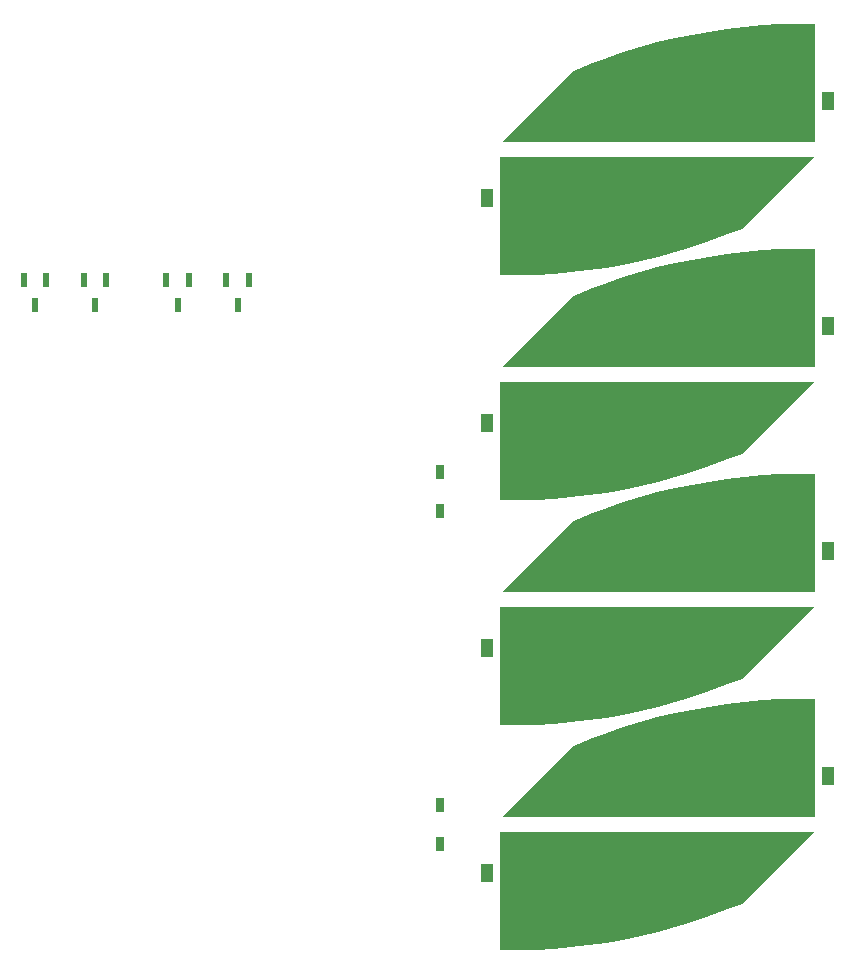
<source format=gbr>
G04 #@! TF.GenerationSoftware,KiCad,Pcbnew,5.1.4+dfsg1-1*
G04 #@! TF.CreationDate,2020-02-14T18:49:56+01:00*
G04 #@! TF.ProjectId,1_solar_bank,315f736f-6c61-4725-9f62-616e6b2e6b69,rev?*
G04 #@! TF.SameCoordinates,Original*
G04 #@! TF.FileFunction,Paste,Top*
G04 #@! TF.FilePolarity,Positive*
%FSLAX46Y46*%
G04 Gerber Fmt 4.6, Leading zero omitted, Abs format (unit mm)*
G04 Created by KiCad (PCBNEW 5.1.4+dfsg1-1) date 2020-02-14 18:49:56*
%MOMM*%
%LPD*%
G04 APERTURE LIST*
%ADD10C,0.100000*%
%ADD11R,0.730000X1.210000*%
%ADD12R,0.600000X1.300000*%
%ADD13R,1.000000X1.500000*%
%ADD14R,3.810000X1.930400*%
G04 APERTURE END LIST*
D10*
G36*
X109190000Y-94595000D02*
G01*
X135770000Y-94595000D01*
X129670000Y-100665000D01*
X128281430Y-101228703D01*
X126876589Y-101750539D01*
X125456741Y-102230039D01*
X124023160Y-102666771D01*
X122577135Y-103060344D01*
X121119964Y-103410404D01*
X119652957Y-103716637D01*
X118177431Y-103978766D01*
X116694712Y-104196558D01*
X115206132Y-104369816D01*
X113713028Y-104498385D01*
X112216741Y-104582148D01*
X109220000Y-104615000D01*
X109190000Y-94595000D01*
G37*
G36*
X135920000Y-93365000D02*
G01*
X109340000Y-93365000D01*
X115440000Y-87295000D01*
X116828570Y-86731297D01*
X118233411Y-86209461D01*
X119653259Y-85729961D01*
X121086840Y-85293229D01*
X122532865Y-84899656D01*
X123990036Y-84549596D01*
X125457043Y-84243363D01*
X126932569Y-83981234D01*
X128415288Y-83763442D01*
X129903868Y-83590184D01*
X131396972Y-83461615D01*
X132893259Y-83377852D01*
X135890000Y-83345000D01*
X135920000Y-93365000D01*
G37*
G36*
X109190000Y-75545000D02*
G01*
X135770000Y-75545000D01*
X129670000Y-81615000D01*
X128281430Y-82178703D01*
X126876589Y-82700539D01*
X125456741Y-83180039D01*
X124023160Y-83616771D01*
X122577135Y-84010344D01*
X121119964Y-84360404D01*
X119652957Y-84666637D01*
X118177431Y-84928766D01*
X116694712Y-85146558D01*
X115206132Y-85319816D01*
X113713028Y-85448385D01*
X112216741Y-85532148D01*
X109220000Y-85565000D01*
X109190000Y-75545000D01*
G37*
G36*
X135920000Y-74315000D02*
G01*
X109340000Y-74315000D01*
X115440000Y-68245000D01*
X116828570Y-67681297D01*
X118233411Y-67159461D01*
X119653259Y-66679961D01*
X121086840Y-66243229D01*
X122532865Y-65849656D01*
X123990036Y-65499596D01*
X125457043Y-65193363D01*
X126932569Y-64931234D01*
X128415288Y-64713442D01*
X129903868Y-64540184D01*
X131396972Y-64411615D01*
X132893259Y-64327852D01*
X135890000Y-64295000D01*
X135920000Y-74315000D01*
G37*
G36*
X109190000Y-56495000D02*
G01*
X135770000Y-56495000D01*
X129670000Y-62565000D01*
X128281430Y-63128703D01*
X126876589Y-63650539D01*
X125456741Y-64130039D01*
X124023160Y-64566771D01*
X122577135Y-64960344D01*
X121119964Y-65310404D01*
X119652957Y-65616637D01*
X118177431Y-65878766D01*
X116694712Y-66096558D01*
X115206132Y-66269816D01*
X113713028Y-66398385D01*
X112216741Y-66482148D01*
X109220000Y-66515000D01*
X109190000Y-56495000D01*
G37*
G36*
X135920000Y-55265000D02*
G01*
X109340000Y-55265000D01*
X115440000Y-49195000D01*
X116828570Y-48631297D01*
X118233411Y-48109461D01*
X119653259Y-47629961D01*
X121086840Y-47193229D01*
X122532865Y-46799656D01*
X123990036Y-46449596D01*
X125457043Y-46143363D01*
X126932569Y-45881234D01*
X128415288Y-45663442D01*
X129903868Y-45490184D01*
X131396972Y-45361615D01*
X132893259Y-45277852D01*
X135890000Y-45245000D01*
X135920000Y-55265000D01*
G37*
G36*
X109190000Y-37445000D02*
G01*
X135770000Y-37445000D01*
X129670000Y-43515000D01*
X128281430Y-44078703D01*
X126876589Y-44600539D01*
X125456741Y-45080039D01*
X124023160Y-45516771D01*
X122577135Y-45910344D01*
X121119964Y-46260404D01*
X119652957Y-46566637D01*
X118177431Y-46828766D01*
X116694712Y-47046558D01*
X115206132Y-47219816D01*
X113713028Y-47348385D01*
X112216741Y-47432148D01*
X109220000Y-47465000D01*
X109190000Y-37445000D01*
G37*
G36*
X135920000Y-36215000D02*
G01*
X109340000Y-36215000D01*
X115440000Y-30145000D01*
X116828570Y-29581297D01*
X118233411Y-29059461D01*
X119653259Y-28579961D01*
X121086840Y-28143229D01*
X122532865Y-27749656D01*
X123990036Y-27399596D01*
X125457043Y-27093363D01*
X126932569Y-26831234D01*
X128415288Y-26613442D01*
X129903868Y-26440184D01*
X131396972Y-26311615D01*
X132893259Y-26227852D01*
X135890000Y-26195000D01*
X135920000Y-36215000D01*
G37*
D11*
X104140000Y-67466000D03*
X104140000Y-64106000D03*
D12*
X74930000Y-49945000D03*
X73980000Y-47845000D03*
X75880000Y-47845000D03*
X70800000Y-47845000D03*
X68900000Y-47845000D03*
X69850000Y-49945000D03*
X86995000Y-49945000D03*
X86045000Y-47845000D03*
X87945000Y-47845000D03*
X82865000Y-47845000D03*
X80965000Y-47845000D03*
X81915000Y-49945000D03*
D11*
X104140000Y-92300000D03*
X104140000Y-95660000D03*
D13*
X108120000Y-98115000D03*
D14*
X111220000Y-99615000D03*
X133890000Y-88345000D03*
D13*
X136990000Y-89845000D03*
D14*
X111220000Y-80565000D03*
D13*
X108120000Y-79065000D03*
X136990000Y-70795000D03*
D14*
X133890000Y-69295000D03*
X111220000Y-61515000D03*
D13*
X108120000Y-60015000D03*
X136990000Y-51745000D03*
D14*
X133890000Y-50245000D03*
X111220000Y-42465000D03*
D13*
X108120000Y-40965000D03*
X136990000Y-32695000D03*
D14*
X133890000Y-31195000D03*
M02*

</source>
